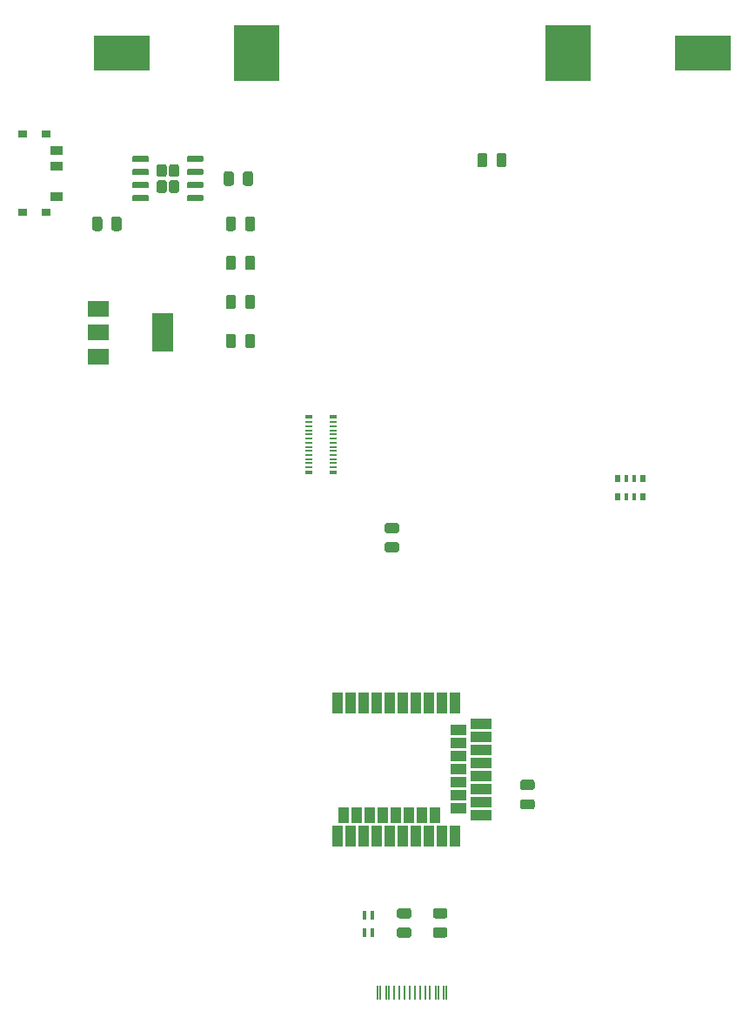
<source format=gbr>
G04 #@! TF.GenerationSoftware,KiCad,Pcbnew,5.1.5*
G04 #@! TF.CreationDate,2020-02-22T18:04:54-06:00*
G04 #@! TF.ProjectId,BSidesIA2020,42536964-6573-4494-9132-3032302e6b69,rev?*
G04 #@! TF.SameCoordinates,Original*
G04 #@! TF.FileFunction,Paste,Bot*
G04 #@! TF.FilePolarity,Positive*
%FSLAX46Y46*%
G04 Gerber Fmt 4.6, Leading zero omitted, Abs format (unit mm)*
G04 Created by KiCad (PCBNEW 5.1.5) date 2020-02-22 18:04:54*
%MOMM*%
%LPD*%
G04 APERTURE LIST*
%ADD10R,5.500000X3.500000*%
%ADD11R,4.500000X5.500000*%
%ADD12C,0.100000*%
%ADD13R,0.250000X1.400000*%
%ADD14R,0.900000X0.800000*%
%ADD15R,1.250000X0.900000*%
%ADD16R,0.400000X0.900000*%
%ADD17R,0.500000X0.800000*%
%ADD18R,0.400000X0.800000*%
%ADD19R,2.000000X3.800000*%
%ADD20R,2.000000X1.500000*%
%ADD21R,0.800000X0.200000*%
%ADD22R,0.800000X0.400000*%
%ADD23R,2.000000X1.000000*%
%ADD24R,1.000000X2.000000*%
%ADD25R,1.500000X1.000000*%
%ADD26R,1.000000X1.500000*%
G04 APERTURE END LIST*
D10*
X117475212Y-61775000D03*
X174075212Y-61775000D03*
D11*
X130650212Y-61750000D03*
X160950212Y-61750000D03*
D12*
G36*
X157480142Y-132513674D02*
G01*
X157503803Y-132517184D01*
X157527007Y-132522996D01*
X157549529Y-132531054D01*
X157571153Y-132541282D01*
X157591670Y-132553579D01*
X157610883Y-132567829D01*
X157628607Y-132583893D01*
X157644671Y-132601617D01*
X157658921Y-132620830D01*
X157671218Y-132641347D01*
X157681446Y-132662971D01*
X157689504Y-132685493D01*
X157695316Y-132708697D01*
X157698826Y-132732358D01*
X157700000Y-132756250D01*
X157700000Y-133243750D01*
X157698826Y-133267642D01*
X157695316Y-133291303D01*
X157689504Y-133314507D01*
X157681446Y-133337029D01*
X157671218Y-133358653D01*
X157658921Y-133379170D01*
X157644671Y-133398383D01*
X157628607Y-133416107D01*
X157610883Y-133432171D01*
X157591670Y-133446421D01*
X157571153Y-133458718D01*
X157549529Y-133468946D01*
X157527007Y-133477004D01*
X157503803Y-133482816D01*
X157480142Y-133486326D01*
X157456250Y-133487500D01*
X156543750Y-133487500D01*
X156519858Y-133486326D01*
X156496197Y-133482816D01*
X156472993Y-133477004D01*
X156450471Y-133468946D01*
X156428847Y-133458718D01*
X156408330Y-133446421D01*
X156389117Y-133432171D01*
X156371393Y-133416107D01*
X156355329Y-133398383D01*
X156341079Y-133379170D01*
X156328782Y-133358653D01*
X156318554Y-133337029D01*
X156310496Y-133314507D01*
X156304684Y-133291303D01*
X156301174Y-133267642D01*
X156300000Y-133243750D01*
X156300000Y-132756250D01*
X156301174Y-132732358D01*
X156304684Y-132708697D01*
X156310496Y-132685493D01*
X156318554Y-132662971D01*
X156328782Y-132641347D01*
X156341079Y-132620830D01*
X156355329Y-132601617D01*
X156371393Y-132583893D01*
X156389117Y-132567829D01*
X156408330Y-132553579D01*
X156428847Y-132541282D01*
X156450471Y-132531054D01*
X156472993Y-132522996D01*
X156496197Y-132517184D01*
X156519858Y-132513674D01*
X156543750Y-132512500D01*
X157456250Y-132512500D01*
X157480142Y-132513674D01*
G37*
G36*
X157480142Y-134388674D02*
G01*
X157503803Y-134392184D01*
X157527007Y-134397996D01*
X157549529Y-134406054D01*
X157571153Y-134416282D01*
X157591670Y-134428579D01*
X157610883Y-134442829D01*
X157628607Y-134458893D01*
X157644671Y-134476617D01*
X157658921Y-134495830D01*
X157671218Y-134516347D01*
X157681446Y-134537971D01*
X157689504Y-134560493D01*
X157695316Y-134583697D01*
X157698826Y-134607358D01*
X157700000Y-134631250D01*
X157700000Y-135118750D01*
X157698826Y-135142642D01*
X157695316Y-135166303D01*
X157689504Y-135189507D01*
X157681446Y-135212029D01*
X157671218Y-135233653D01*
X157658921Y-135254170D01*
X157644671Y-135273383D01*
X157628607Y-135291107D01*
X157610883Y-135307171D01*
X157591670Y-135321421D01*
X157571153Y-135333718D01*
X157549529Y-135343946D01*
X157527007Y-135352004D01*
X157503803Y-135357816D01*
X157480142Y-135361326D01*
X157456250Y-135362500D01*
X156543750Y-135362500D01*
X156519858Y-135361326D01*
X156496197Y-135357816D01*
X156472993Y-135352004D01*
X156450471Y-135343946D01*
X156428847Y-135333718D01*
X156408330Y-135321421D01*
X156389117Y-135307171D01*
X156371393Y-135291107D01*
X156355329Y-135273383D01*
X156341079Y-135254170D01*
X156328782Y-135233653D01*
X156318554Y-135212029D01*
X156310496Y-135189507D01*
X156304684Y-135166303D01*
X156301174Y-135142642D01*
X156300000Y-135118750D01*
X156300000Y-134631250D01*
X156301174Y-134607358D01*
X156304684Y-134583697D01*
X156310496Y-134560493D01*
X156318554Y-134537971D01*
X156328782Y-134516347D01*
X156341079Y-134495830D01*
X156355329Y-134476617D01*
X156371393Y-134458893D01*
X156389117Y-134442829D01*
X156408330Y-134428579D01*
X156428847Y-134416282D01*
X156450471Y-134406054D01*
X156472993Y-134397996D01*
X156496197Y-134392184D01*
X156519858Y-134388674D01*
X156543750Y-134387500D01*
X157456250Y-134387500D01*
X157480142Y-134388674D01*
G37*
G36*
X128392642Y-85301174D02*
G01*
X128416303Y-85304684D01*
X128439507Y-85310496D01*
X128462029Y-85318554D01*
X128483653Y-85328782D01*
X128504170Y-85341079D01*
X128523383Y-85355329D01*
X128541107Y-85371393D01*
X128557171Y-85389117D01*
X128571421Y-85408330D01*
X128583718Y-85428847D01*
X128593946Y-85450471D01*
X128602004Y-85472993D01*
X128607816Y-85496197D01*
X128611326Y-85519858D01*
X128612500Y-85543750D01*
X128612500Y-86456250D01*
X128611326Y-86480142D01*
X128607816Y-86503803D01*
X128602004Y-86527007D01*
X128593946Y-86549529D01*
X128583718Y-86571153D01*
X128571421Y-86591670D01*
X128557171Y-86610883D01*
X128541107Y-86628607D01*
X128523383Y-86644671D01*
X128504170Y-86658921D01*
X128483653Y-86671218D01*
X128462029Y-86681446D01*
X128439507Y-86689504D01*
X128416303Y-86695316D01*
X128392642Y-86698826D01*
X128368750Y-86700000D01*
X127881250Y-86700000D01*
X127857358Y-86698826D01*
X127833697Y-86695316D01*
X127810493Y-86689504D01*
X127787971Y-86681446D01*
X127766347Y-86671218D01*
X127745830Y-86658921D01*
X127726617Y-86644671D01*
X127708893Y-86628607D01*
X127692829Y-86610883D01*
X127678579Y-86591670D01*
X127666282Y-86571153D01*
X127656054Y-86549529D01*
X127647996Y-86527007D01*
X127642184Y-86503803D01*
X127638674Y-86480142D01*
X127637500Y-86456250D01*
X127637500Y-85543750D01*
X127638674Y-85519858D01*
X127642184Y-85496197D01*
X127647996Y-85472993D01*
X127656054Y-85450471D01*
X127666282Y-85428847D01*
X127678579Y-85408330D01*
X127692829Y-85389117D01*
X127708893Y-85371393D01*
X127726617Y-85355329D01*
X127745830Y-85341079D01*
X127766347Y-85328782D01*
X127787971Y-85318554D01*
X127810493Y-85310496D01*
X127833697Y-85304684D01*
X127857358Y-85301174D01*
X127881250Y-85300000D01*
X128368750Y-85300000D01*
X128392642Y-85301174D01*
G37*
G36*
X130267642Y-85301174D02*
G01*
X130291303Y-85304684D01*
X130314507Y-85310496D01*
X130337029Y-85318554D01*
X130358653Y-85328782D01*
X130379170Y-85341079D01*
X130398383Y-85355329D01*
X130416107Y-85371393D01*
X130432171Y-85389117D01*
X130446421Y-85408330D01*
X130458718Y-85428847D01*
X130468946Y-85450471D01*
X130477004Y-85472993D01*
X130482816Y-85496197D01*
X130486326Y-85519858D01*
X130487500Y-85543750D01*
X130487500Y-86456250D01*
X130486326Y-86480142D01*
X130482816Y-86503803D01*
X130477004Y-86527007D01*
X130468946Y-86549529D01*
X130458718Y-86571153D01*
X130446421Y-86591670D01*
X130432171Y-86610883D01*
X130416107Y-86628607D01*
X130398383Y-86644671D01*
X130379170Y-86658921D01*
X130358653Y-86671218D01*
X130337029Y-86681446D01*
X130314507Y-86689504D01*
X130291303Y-86695316D01*
X130267642Y-86698826D01*
X130243750Y-86700000D01*
X129756250Y-86700000D01*
X129732358Y-86698826D01*
X129708697Y-86695316D01*
X129685493Y-86689504D01*
X129662971Y-86681446D01*
X129641347Y-86671218D01*
X129620830Y-86658921D01*
X129601617Y-86644671D01*
X129583893Y-86628607D01*
X129567829Y-86610883D01*
X129553579Y-86591670D01*
X129541282Y-86571153D01*
X129531054Y-86549529D01*
X129522996Y-86527007D01*
X129517184Y-86503803D01*
X129513674Y-86480142D01*
X129512500Y-86456250D01*
X129512500Y-85543750D01*
X129513674Y-85519858D01*
X129517184Y-85496197D01*
X129522996Y-85472993D01*
X129531054Y-85450471D01*
X129541282Y-85428847D01*
X129553579Y-85408330D01*
X129567829Y-85389117D01*
X129583893Y-85371393D01*
X129601617Y-85355329D01*
X129620830Y-85341079D01*
X129641347Y-85328782D01*
X129662971Y-85318554D01*
X129685493Y-85310496D01*
X129708697Y-85304684D01*
X129732358Y-85301174D01*
X129756250Y-85300000D01*
X130243750Y-85300000D01*
X130267642Y-85301174D01*
G37*
G36*
X130267642Y-89101174D02*
G01*
X130291303Y-89104684D01*
X130314507Y-89110496D01*
X130337029Y-89118554D01*
X130358653Y-89128782D01*
X130379170Y-89141079D01*
X130398383Y-89155329D01*
X130416107Y-89171393D01*
X130432171Y-89189117D01*
X130446421Y-89208330D01*
X130458718Y-89228847D01*
X130468946Y-89250471D01*
X130477004Y-89272993D01*
X130482816Y-89296197D01*
X130486326Y-89319858D01*
X130487500Y-89343750D01*
X130487500Y-90256250D01*
X130486326Y-90280142D01*
X130482816Y-90303803D01*
X130477004Y-90327007D01*
X130468946Y-90349529D01*
X130458718Y-90371153D01*
X130446421Y-90391670D01*
X130432171Y-90410883D01*
X130416107Y-90428607D01*
X130398383Y-90444671D01*
X130379170Y-90458921D01*
X130358653Y-90471218D01*
X130337029Y-90481446D01*
X130314507Y-90489504D01*
X130291303Y-90495316D01*
X130267642Y-90498826D01*
X130243750Y-90500000D01*
X129756250Y-90500000D01*
X129732358Y-90498826D01*
X129708697Y-90495316D01*
X129685493Y-90489504D01*
X129662971Y-90481446D01*
X129641347Y-90471218D01*
X129620830Y-90458921D01*
X129601617Y-90444671D01*
X129583893Y-90428607D01*
X129567829Y-90410883D01*
X129553579Y-90391670D01*
X129541282Y-90371153D01*
X129531054Y-90349529D01*
X129522996Y-90327007D01*
X129517184Y-90303803D01*
X129513674Y-90280142D01*
X129512500Y-90256250D01*
X129512500Y-89343750D01*
X129513674Y-89319858D01*
X129517184Y-89296197D01*
X129522996Y-89272993D01*
X129531054Y-89250471D01*
X129541282Y-89228847D01*
X129553579Y-89208330D01*
X129567829Y-89189117D01*
X129583893Y-89171393D01*
X129601617Y-89155329D01*
X129620830Y-89141079D01*
X129641347Y-89128782D01*
X129662971Y-89118554D01*
X129685493Y-89110496D01*
X129708697Y-89104684D01*
X129732358Y-89101174D01*
X129756250Y-89100000D01*
X130243750Y-89100000D01*
X130267642Y-89101174D01*
G37*
G36*
X128392642Y-89101174D02*
G01*
X128416303Y-89104684D01*
X128439507Y-89110496D01*
X128462029Y-89118554D01*
X128483653Y-89128782D01*
X128504170Y-89141079D01*
X128523383Y-89155329D01*
X128541107Y-89171393D01*
X128557171Y-89189117D01*
X128571421Y-89208330D01*
X128583718Y-89228847D01*
X128593946Y-89250471D01*
X128602004Y-89272993D01*
X128607816Y-89296197D01*
X128611326Y-89319858D01*
X128612500Y-89343750D01*
X128612500Y-90256250D01*
X128611326Y-90280142D01*
X128607816Y-90303803D01*
X128602004Y-90327007D01*
X128593946Y-90349529D01*
X128583718Y-90371153D01*
X128571421Y-90391670D01*
X128557171Y-90410883D01*
X128541107Y-90428607D01*
X128523383Y-90444671D01*
X128504170Y-90458921D01*
X128483653Y-90471218D01*
X128462029Y-90481446D01*
X128439507Y-90489504D01*
X128416303Y-90495316D01*
X128392642Y-90498826D01*
X128368750Y-90500000D01*
X127881250Y-90500000D01*
X127857358Y-90498826D01*
X127833697Y-90495316D01*
X127810493Y-90489504D01*
X127787971Y-90481446D01*
X127766347Y-90471218D01*
X127745830Y-90458921D01*
X127726617Y-90444671D01*
X127708893Y-90428607D01*
X127692829Y-90410883D01*
X127678579Y-90391670D01*
X127666282Y-90371153D01*
X127656054Y-90349529D01*
X127647996Y-90327007D01*
X127642184Y-90303803D01*
X127638674Y-90280142D01*
X127637500Y-90256250D01*
X127637500Y-89343750D01*
X127638674Y-89319858D01*
X127642184Y-89296197D01*
X127647996Y-89272993D01*
X127656054Y-89250471D01*
X127666282Y-89228847D01*
X127678579Y-89208330D01*
X127692829Y-89189117D01*
X127708893Y-89171393D01*
X127726617Y-89155329D01*
X127745830Y-89141079D01*
X127766347Y-89128782D01*
X127787971Y-89118554D01*
X127810493Y-89110496D01*
X127833697Y-89104684D01*
X127857358Y-89101174D01*
X127881250Y-89100000D01*
X128368750Y-89100000D01*
X128392642Y-89101174D01*
G37*
G36*
X130267642Y-77701174D02*
G01*
X130291303Y-77704684D01*
X130314507Y-77710496D01*
X130337029Y-77718554D01*
X130358653Y-77728782D01*
X130379170Y-77741079D01*
X130398383Y-77755329D01*
X130416107Y-77771393D01*
X130432171Y-77789117D01*
X130446421Y-77808330D01*
X130458718Y-77828847D01*
X130468946Y-77850471D01*
X130477004Y-77872993D01*
X130482816Y-77896197D01*
X130486326Y-77919858D01*
X130487500Y-77943750D01*
X130487500Y-78856250D01*
X130486326Y-78880142D01*
X130482816Y-78903803D01*
X130477004Y-78927007D01*
X130468946Y-78949529D01*
X130458718Y-78971153D01*
X130446421Y-78991670D01*
X130432171Y-79010883D01*
X130416107Y-79028607D01*
X130398383Y-79044671D01*
X130379170Y-79058921D01*
X130358653Y-79071218D01*
X130337029Y-79081446D01*
X130314507Y-79089504D01*
X130291303Y-79095316D01*
X130267642Y-79098826D01*
X130243750Y-79100000D01*
X129756250Y-79100000D01*
X129732358Y-79098826D01*
X129708697Y-79095316D01*
X129685493Y-79089504D01*
X129662971Y-79081446D01*
X129641347Y-79071218D01*
X129620830Y-79058921D01*
X129601617Y-79044671D01*
X129583893Y-79028607D01*
X129567829Y-79010883D01*
X129553579Y-78991670D01*
X129541282Y-78971153D01*
X129531054Y-78949529D01*
X129522996Y-78927007D01*
X129517184Y-78903803D01*
X129513674Y-78880142D01*
X129512500Y-78856250D01*
X129512500Y-77943750D01*
X129513674Y-77919858D01*
X129517184Y-77896197D01*
X129522996Y-77872993D01*
X129531054Y-77850471D01*
X129541282Y-77828847D01*
X129553579Y-77808330D01*
X129567829Y-77789117D01*
X129583893Y-77771393D01*
X129601617Y-77755329D01*
X129620830Y-77741079D01*
X129641347Y-77728782D01*
X129662971Y-77718554D01*
X129685493Y-77710496D01*
X129708697Y-77704684D01*
X129732358Y-77701174D01*
X129756250Y-77700000D01*
X130243750Y-77700000D01*
X130267642Y-77701174D01*
G37*
G36*
X128392642Y-77701174D02*
G01*
X128416303Y-77704684D01*
X128439507Y-77710496D01*
X128462029Y-77718554D01*
X128483653Y-77728782D01*
X128504170Y-77741079D01*
X128523383Y-77755329D01*
X128541107Y-77771393D01*
X128557171Y-77789117D01*
X128571421Y-77808330D01*
X128583718Y-77828847D01*
X128593946Y-77850471D01*
X128602004Y-77872993D01*
X128607816Y-77896197D01*
X128611326Y-77919858D01*
X128612500Y-77943750D01*
X128612500Y-78856250D01*
X128611326Y-78880142D01*
X128607816Y-78903803D01*
X128602004Y-78927007D01*
X128593946Y-78949529D01*
X128583718Y-78971153D01*
X128571421Y-78991670D01*
X128557171Y-79010883D01*
X128541107Y-79028607D01*
X128523383Y-79044671D01*
X128504170Y-79058921D01*
X128483653Y-79071218D01*
X128462029Y-79081446D01*
X128439507Y-79089504D01*
X128416303Y-79095316D01*
X128392642Y-79098826D01*
X128368750Y-79100000D01*
X127881250Y-79100000D01*
X127857358Y-79098826D01*
X127833697Y-79095316D01*
X127810493Y-79089504D01*
X127787971Y-79081446D01*
X127766347Y-79071218D01*
X127745830Y-79058921D01*
X127726617Y-79044671D01*
X127708893Y-79028607D01*
X127692829Y-79010883D01*
X127678579Y-78991670D01*
X127666282Y-78971153D01*
X127656054Y-78949529D01*
X127647996Y-78927007D01*
X127642184Y-78903803D01*
X127638674Y-78880142D01*
X127637500Y-78856250D01*
X127637500Y-77943750D01*
X127638674Y-77919858D01*
X127642184Y-77896197D01*
X127647996Y-77872993D01*
X127656054Y-77850471D01*
X127666282Y-77828847D01*
X127678579Y-77808330D01*
X127692829Y-77789117D01*
X127708893Y-77771393D01*
X127726617Y-77755329D01*
X127745830Y-77741079D01*
X127766347Y-77728782D01*
X127787971Y-77718554D01*
X127810493Y-77710496D01*
X127833697Y-77704684D01*
X127857358Y-77701174D01*
X127881250Y-77700000D01*
X128368750Y-77700000D01*
X128392642Y-77701174D01*
G37*
G36*
X115392642Y-77701174D02*
G01*
X115416303Y-77704684D01*
X115439507Y-77710496D01*
X115462029Y-77718554D01*
X115483653Y-77728782D01*
X115504170Y-77741079D01*
X115523383Y-77755329D01*
X115541107Y-77771393D01*
X115557171Y-77789117D01*
X115571421Y-77808330D01*
X115583718Y-77828847D01*
X115593946Y-77850471D01*
X115602004Y-77872993D01*
X115607816Y-77896197D01*
X115611326Y-77919858D01*
X115612500Y-77943750D01*
X115612500Y-78856250D01*
X115611326Y-78880142D01*
X115607816Y-78903803D01*
X115602004Y-78927007D01*
X115593946Y-78949529D01*
X115583718Y-78971153D01*
X115571421Y-78991670D01*
X115557171Y-79010883D01*
X115541107Y-79028607D01*
X115523383Y-79044671D01*
X115504170Y-79058921D01*
X115483653Y-79071218D01*
X115462029Y-79081446D01*
X115439507Y-79089504D01*
X115416303Y-79095316D01*
X115392642Y-79098826D01*
X115368750Y-79100000D01*
X114881250Y-79100000D01*
X114857358Y-79098826D01*
X114833697Y-79095316D01*
X114810493Y-79089504D01*
X114787971Y-79081446D01*
X114766347Y-79071218D01*
X114745830Y-79058921D01*
X114726617Y-79044671D01*
X114708893Y-79028607D01*
X114692829Y-79010883D01*
X114678579Y-78991670D01*
X114666282Y-78971153D01*
X114656054Y-78949529D01*
X114647996Y-78927007D01*
X114642184Y-78903803D01*
X114638674Y-78880142D01*
X114637500Y-78856250D01*
X114637500Y-77943750D01*
X114638674Y-77919858D01*
X114642184Y-77896197D01*
X114647996Y-77872993D01*
X114656054Y-77850471D01*
X114666282Y-77828847D01*
X114678579Y-77808330D01*
X114692829Y-77789117D01*
X114708893Y-77771393D01*
X114726617Y-77755329D01*
X114745830Y-77741079D01*
X114766347Y-77728782D01*
X114787971Y-77718554D01*
X114810493Y-77710496D01*
X114833697Y-77704684D01*
X114857358Y-77701174D01*
X114881250Y-77700000D01*
X115368750Y-77700000D01*
X115392642Y-77701174D01*
G37*
G36*
X117267642Y-77701174D02*
G01*
X117291303Y-77704684D01*
X117314507Y-77710496D01*
X117337029Y-77718554D01*
X117358653Y-77728782D01*
X117379170Y-77741079D01*
X117398383Y-77755329D01*
X117416107Y-77771393D01*
X117432171Y-77789117D01*
X117446421Y-77808330D01*
X117458718Y-77828847D01*
X117468946Y-77850471D01*
X117477004Y-77872993D01*
X117482816Y-77896197D01*
X117486326Y-77919858D01*
X117487500Y-77943750D01*
X117487500Y-78856250D01*
X117486326Y-78880142D01*
X117482816Y-78903803D01*
X117477004Y-78927007D01*
X117468946Y-78949529D01*
X117458718Y-78971153D01*
X117446421Y-78991670D01*
X117432171Y-79010883D01*
X117416107Y-79028607D01*
X117398383Y-79044671D01*
X117379170Y-79058921D01*
X117358653Y-79071218D01*
X117337029Y-79081446D01*
X117314507Y-79089504D01*
X117291303Y-79095316D01*
X117267642Y-79098826D01*
X117243750Y-79100000D01*
X116756250Y-79100000D01*
X116732358Y-79098826D01*
X116708697Y-79095316D01*
X116685493Y-79089504D01*
X116662971Y-79081446D01*
X116641347Y-79071218D01*
X116620830Y-79058921D01*
X116601617Y-79044671D01*
X116583893Y-79028607D01*
X116567829Y-79010883D01*
X116553579Y-78991670D01*
X116541282Y-78971153D01*
X116531054Y-78949529D01*
X116522996Y-78927007D01*
X116517184Y-78903803D01*
X116513674Y-78880142D01*
X116512500Y-78856250D01*
X116512500Y-77943750D01*
X116513674Y-77919858D01*
X116517184Y-77896197D01*
X116522996Y-77872993D01*
X116531054Y-77850471D01*
X116541282Y-77828847D01*
X116553579Y-77808330D01*
X116567829Y-77789117D01*
X116583893Y-77771393D01*
X116601617Y-77755329D01*
X116620830Y-77741079D01*
X116641347Y-77728782D01*
X116662971Y-77718554D01*
X116685493Y-77710496D01*
X116708697Y-77704684D01*
X116732358Y-77701174D01*
X116756250Y-77700000D01*
X117243750Y-77700000D01*
X117267642Y-77701174D01*
G37*
D13*
X145525212Y-153200000D03*
X146025212Y-153200000D03*
X146525212Y-153200000D03*
X145025212Y-153200000D03*
X144525212Y-153200000D03*
X147025212Y-153200000D03*
X144025212Y-153200000D03*
X147525212Y-153200000D03*
X149100212Y-153200000D03*
X148850212Y-153200000D03*
X148300212Y-153200000D03*
X148050212Y-153200000D03*
X143500212Y-153200000D03*
X143250212Y-153200000D03*
X142700212Y-153200000D03*
X142450212Y-153200000D03*
D12*
G36*
X144280142Y-107513674D02*
G01*
X144303803Y-107517184D01*
X144327007Y-107522996D01*
X144349529Y-107531054D01*
X144371153Y-107541282D01*
X144391670Y-107553579D01*
X144410883Y-107567829D01*
X144428607Y-107583893D01*
X144444671Y-107601617D01*
X144458921Y-107620830D01*
X144471218Y-107641347D01*
X144481446Y-107662971D01*
X144489504Y-107685493D01*
X144495316Y-107708697D01*
X144498826Y-107732358D01*
X144500000Y-107756250D01*
X144500000Y-108243750D01*
X144498826Y-108267642D01*
X144495316Y-108291303D01*
X144489504Y-108314507D01*
X144481446Y-108337029D01*
X144471218Y-108358653D01*
X144458921Y-108379170D01*
X144444671Y-108398383D01*
X144428607Y-108416107D01*
X144410883Y-108432171D01*
X144391670Y-108446421D01*
X144371153Y-108458718D01*
X144349529Y-108468946D01*
X144327007Y-108477004D01*
X144303803Y-108482816D01*
X144280142Y-108486326D01*
X144256250Y-108487500D01*
X143343750Y-108487500D01*
X143319858Y-108486326D01*
X143296197Y-108482816D01*
X143272993Y-108477004D01*
X143250471Y-108468946D01*
X143228847Y-108458718D01*
X143208330Y-108446421D01*
X143189117Y-108432171D01*
X143171393Y-108416107D01*
X143155329Y-108398383D01*
X143141079Y-108379170D01*
X143128782Y-108358653D01*
X143118554Y-108337029D01*
X143110496Y-108314507D01*
X143104684Y-108291303D01*
X143101174Y-108267642D01*
X143100000Y-108243750D01*
X143100000Y-107756250D01*
X143101174Y-107732358D01*
X143104684Y-107708697D01*
X143110496Y-107685493D01*
X143118554Y-107662971D01*
X143128782Y-107641347D01*
X143141079Y-107620830D01*
X143155329Y-107601617D01*
X143171393Y-107583893D01*
X143189117Y-107567829D01*
X143208330Y-107553579D01*
X143228847Y-107541282D01*
X143250471Y-107531054D01*
X143272993Y-107522996D01*
X143296197Y-107517184D01*
X143319858Y-107513674D01*
X143343750Y-107512500D01*
X144256250Y-107512500D01*
X144280142Y-107513674D01*
G37*
G36*
X144280142Y-109388674D02*
G01*
X144303803Y-109392184D01*
X144327007Y-109397996D01*
X144349529Y-109406054D01*
X144371153Y-109416282D01*
X144391670Y-109428579D01*
X144410883Y-109442829D01*
X144428607Y-109458893D01*
X144444671Y-109476617D01*
X144458921Y-109495830D01*
X144471218Y-109516347D01*
X144481446Y-109537971D01*
X144489504Y-109560493D01*
X144495316Y-109583697D01*
X144498826Y-109607358D01*
X144500000Y-109631250D01*
X144500000Y-110118750D01*
X144498826Y-110142642D01*
X144495316Y-110166303D01*
X144489504Y-110189507D01*
X144481446Y-110212029D01*
X144471218Y-110233653D01*
X144458921Y-110254170D01*
X144444671Y-110273383D01*
X144428607Y-110291107D01*
X144410883Y-110307171D01*
X144391670Y-110321421D01*
X144371153Y-110333718D01*
X144349529Y-110343946D01*
X144327007Y-110352004D01*
X144303803Y-110357816D01*
X144280142Y-110361326D01*
X144256250Y-110362500D01*
X143343750Y-110362500D01*
X143319858Y-110361326D01*
X143296197Y-110357816D01*
X143272993Y-110352004D01*
X143250471Y-110343946D01*
X143228847Y-110333718D01*
X143208330Y-110321421D01*
X143189117Y-110307171D01*
X143171393Y-110291107D01*
X143155329Y-110273383D01*
X143141079Y-110254170D01*
X143128782Y-110233653D01*
X143118554Y-110212029D01*
X143110496Y-110189507D01*
X143104684Y-110166303D01*
X143101174Y-110142642D01*
X143100000Y-110118750D01*
X143100000Y-109631250D01*
X143101174Y-109607358D01*
X143104684Y-109583697D01*
X143110496Y-109560493D01*
X143118554Y-109537971D01*
X143128782Y-109516347D01*
X143141079Y-109495830D01*
X143155329Y-109476617D01*
X143171393Y-109458893D01*
X143189117Y-109442829D01*
X143208330Y-109428579D01*
X143228847Y-109416282D01*
X143250471Y-109406054D01*
X143272993Y-109397996D01*
X143296197Y-109392184D01*
X143319858Y-109388674D01*
X143343750Y-109387500D01*
X144256250Y-109387500D01*
X144280142Y-109388674D01*
G37*
D14*
X107850000Y-69700000D03*
X107850000Y-77300000D03*
X110150000Y-77310000D03*
X110150000Y-69700000D03*
D15*
X111125000Y-71250000D03*
X111125000Y-72750000D03*
X111125000Y-75750000D03*
D12*
G36*
X148980142Y-146888674D02*
G01*
X149003803Y-146892184D01*
X149027007Y-146897996D01*
X149049529Y-146906054D01*
X149071153Y-146916282D01*
X149091670Y-146928579D01*
X149110883Y-146942829D01*
X149128607Y-146958893D01*
X149144671Y-146976617D01*
X149158921Y-146995830D01*
X149171218Y-147016347D01*
X149181446Y-147037971D01*
X149189504Y-147060493D01*
X149195316Y-147083697D01*
X149198826Y-147107358D01*
X149200000Y-147131250D01*
X149200000Y-147618750D01*
X149198826Y-147642642D01*
X149195316Y-147666303D01*
X149189504Y-147689507D01*
X149181446Y-147712029D01*
X149171218Y-147733653D01*
X149158921Y-147754170D01*
X149144671Y-147773383D01*
X149128607Y-147791107D01*
X149110883Y-147807171D01*
X149091670Y-147821421D01*
X149071153Y-147833718D01*
X149049529Y-147843946D01*
X149027007Y-147852004D01*
X149003803Y-147857816D01*
X148980142Y-147861326D01*
X148956250Y-147862500D01*
X148043750Y-147862500D01*
X148019858Y-147861326D01*
X147996197Y-147857816D01*
X147972993Y-147852004D01*
X147950471Y-147843946D01*
X147928847Y-147833718D01*
X147908330Y-147821421D01*
X147889117Y-147807171D01*
X147871393Y-147791107D01*
X147855329Y-147773383D01*
X147841079Y-147754170D01*
X147828782Y-147733653D01*
X147818554Y-147712029D01*
X147810496Y-147689507D01*
X147804684Y-147666303D01*
X147801174Y-147642642D01*
X147800000Y-147618750D01*
X147800000Y-147131250D01*
X147801174Y-147107358D01*
X147804684Y-147083697D01*
X147810496Y-147060493D01*
X147818554Y-147037971D01*
X147828782Y-147016347D01*
X147841079Y-146995830D01*
X147855329Y-146976617D01*
X147871393Y-146958893D01*
X147889117Y-146942829D01*
X147908330Y-146928579D01*
X147928847Y-146916282D01*
X147950471Y-146906054D01*
X147972993Y-146897996D01*
X147996197Y-146892184D01*
X148019858Y-146888674D01*
X148043750Y-146887500D01*
X148956250Y-146887500D01*
X148980142Y-146888674D01*
G37*
G36*
X148980142Y-145013674D02*
G01*
X149003803Y-145017184D01*
X149027007Y-145022996D01*
X149049529Y-145031054D01*
X149071153Y-145041282D01*
X149091670Y-145053579D01*
X149110883Y-145067829D01*
X149128607Y-145083893D01*
X149144671Y-145101617D01*
X149158921Y-145120830D01*
X149171218Y-145141347D01*
X149181446Y-145162971D01*
X149189504Y-145185493D01*
X149195316Y-145208697D01*
X149198826Y-145232358D01*
X149200000Y-145256250D01*
X149200000Y-145743750D01*
X149198826Y-145767642D01*
X149195316Y-145791303D01*
X149189504Y-145814507D01*
X149181446Y-145837029D01*
X149171218Y-145858653D01*
X149158921Y-145879170D01*
X149144671Y-145898383D01*
X149128607Y-145916107D01*
X149110883Y-145932171D01*
X149091670Y-145946421D01*
X149071153Y-145958718D01*
X149049529Y-145968946D01*
X149027007Y-145977004D01*
X149003803Y-145982816D01*
X148980142Y-145986326D01*
X148956250Y-145987500D01*
X148043750Y-145987500D01*
X148019858Y-145986326D01*
X147996197Y-145982816D01*
X147972993Y-145977004D01*
X147950471Y-145968946D01*
X147928847Y-145958718D01*
X147908330Y-145946421D01*
X147889117Y-145932171D01*
X147871393Y-145916107D01*
X147855329Y-145898383D01*
X147841079Y-145879170D01*
X147828782Y-145858653D01*
X147818554Y-145837029D01*
X147810496Y-145814507D01*
X147804684Y-145791303D01*
X147801174Y-145767642D01*
X147800000Y-145743750D01*
X147800000Y-145256250D01*
X147801174Y-145232358D01*
X147804684Y-145208697D01*
X147810496Y-145185493D01*
X147818554Y-145162971D01*
X147828782Y-145141347D01*
X147841079Y-145120830D01*
X147855329Y-145101617D01*
X147871393Y-145083893D01*
X147889117Y-145067829D01*
X147908330Y-145053579D01*
X147928847Y-145041282D01*
X147950471Y-145031054D01*
X147972993Y-145022996D01*
X147996197Y-145017184D01*
X148019858Y-145013674D01*
X148043750Y-145012500D01*
X148956250Y-145012500D01*
X148980142Y-145013674D01*
G37*
G36*
X130067642Y-73301174D02*
G01*
X130091303Y-73304684D01*
X130114507Y-73310496D01*
X130137029Y-73318554D01*
X130158653Y-73328782D01*
X130179170Y-73341079D01*
X130198383Y-73355329D01*
X130216107Y-73371393D01*
X130232171Y-73389117D01*
X130246421Y-73408330D01*
X130258718Y-73428847D01*
X130268946Y-73450471D01*
X130277004Y-73472993D01*
X130282816Y-73496197D01*
X130286326Y-73519858D01*
X130287500Y-73543750D01*
X130287500Y-74456250D01*
X130286326Y-74480142D01*
X130282816Y-74503803D01*
X130277004Y-74527007D01*
X130268946Y-74549529D01*
X130258718Y-74571153D01*
X130246421Y-74591670D01*
X130232171Y-74610883D01*
X130216107Y-74628607D01*
X130198383Y-74644671D01*
X130179170Y-74658921D01*
X130158653Y-74671218D01*
X130137029Y-74681446D01*
X130114507Y-74689504D01*
X130091303Y-74695316D01*
X130067642Y-74698826D01*
X130043750Y-74700000D01*
X129556250Y-74700000D01*
X129532358Y-74698826D01*
X129508697Y-74695316D01*
X129485493Y-74689504D01*
X129462971Y-74681446D01*
X129441347Y-74671218D01*
X129420830Y-74658921D01*
X129401617Y-74644671D01*
X129383893Y-74628607D01*
X129367829Y-74610883D01*
X129353579Y-74591670D01*
X129341282Y-74571153D01*
X129331054Y-74549529D01*
X129322996Y-74527007D01*
X129317184Y-74503803D01*
X129313674Y-74480142D01*
X129312500Y-74456250D01*
X129312500Y-73543750D01*
X129313674Y-73519858D01*
X129317184Y-73496197D01*
X129322996Y-73472993D01*
X129331054Y-73450471D01*
X129341282Y-73428847D01*
X129353579Y-73408330D01*
X129367829Y-73389117D01*
X129383893Y-73371393D01*
X129401617Y-73355329D01*
X129420830Y-73341079D01*
X129441347Y-73328782D01*
X129462971Y-73318554D01*
X129485493Y-73310496D01*
X129508697Y-73304684D01*
X129532358Y-73301174D01*
X129556250Y-73300000D01*
X130043750Y-73300000D01*
X130067642Y-73301174D01*
G37*
G36*
X128192642Y-73301174D02*
G01*
X128216303Y-73304684D01*
X128239507Y-73310496D01*
X128262029Y-73318554D01*
X128283653Y-73328782D01*
X128304170Y-73341079D01*
X128323383Y-73355329D01*
X128341107Y-73371393D01*
X128357171Y-73389117D01*
X128371421Y-73408330D01*
X128383718Y-73428847D01*
X128393946Y-73450471D01*
X128402004Y-73472993D01*
X128407816Y-73496197D01*
X128411326Y-73519858D01*
X128412500Y-73543750D01*
X128412500Y-74456250D01*
X128411326Y-74480142D01*
X128407816Y-74503803D01*
X128402004Y-74527007D01*
X128393946Y-74549529D01*
X128383718Y-74571153D01*
X128371421Y-74591670D01*
X128357171Y-74610883D01*
X128341107Y-74628607D01*
X128323383Y-74644671D01*
X128304170Y-74658921D01*
X128283653Y-74671218D01*
X128262029Y-74681446D01*
X128239507Y-74689504D01*
X128216303Y-74695316D01*
X128192642Y-74698826D01*
X128168750Y-74700000D01*
X127681250Y-74700000D01*
X127657358Y-74698826D01*
X127633697Y-74695316D01*
X127610493Y-74689504D01*
X127587971Y-74681446D01*
X127566347Y-74671218D01*
X127545830Y-74658921D01*
X127526617Y-74644671D01*
X127508893Y-74628607D01*
X127492829Y-74610883D01*
X127478579Y-74591670D01*
X127466282Y-74571153D01*
X127456054Y-74549529D01*
X127447996Y-74527007D01*
X127442184Y-74503803D01*
X127438674Y-74480142D01*
X127437500Y-74456250D01*
X127437500Y-73543750D01*
X127438674Y-73519858D01*
X127442184Y-73496197D01*
X127447996Y-73472993D01*
X127456054Y-73450471D01*
X127466282Y-73428847D01*
X127478579Y-73408330D01*
X127492829Y-73389117D01*
X127508893Y-73371393D01*
X127526617Y-73355329D01*
X127545830Y-73341079D01*
X127566347Y-73328782D01*
X127587971Y-73318554D01*
X127610493Y-73310496D01*
X127633697Y-73304684D01*
X127657358Y-73301174D01*
X127681250Y-73300000D01*
X128168750Y-73300000D01*
X128192642Y-73301174D01*
G37*
G36*
X145480142Y-145013674D02*
G01*
X145503803Y-145017184D01*
X145527007Y-145022996D01*
X145549529Y-145031054D01*
X145571153Y-145041282D01*
X145591670Y-145053579D01*
X145610883Y-145067829D01*
X145628607Y-145083893D01*
X145644671Y-145101617D01*
X145658921Y-145120830D01*
X145671218Y-145141347D01*
X145681446Y-145162971D01*
X145689504Y-145185493D01*
X145695316Y-145208697D01*
X145698826Y-145232358D01*
X145700000Y-145256250D01*
X145700000Y-145743750D01*
X145698826Y-145767642D01*
X145695316Y-145791303D01*
X145689504Y-145814507D01*
X145681446Y-145837029D01*
X145671218Y-145858653D01*
X145658921Y-145879170D01*
X145644671Y-145898383D01*
X145628607Y-145916107D01*
X145610883Y-145932171D01*
X145591670Y-145946421D01*
X145571153Y-145958718D01*
X145549529Y-145968946D01*
X145527007Y-145977004D01*
X145503803Y-145982816D01*
X145480142Y-145986326D01*
X145456250Y-145987500D01*
X144543750Y-145987500D01*
X144519858Y-145986326D01*
X144496197Y-145982816D01*
X144472993Y-145977004D01*
X144450471Y-145968946D01*
X144428847Y-145958718D01*
X144408330Y-145946421D01*
X144389117Y-145932171D01*
X144371393Y-145916107D01*
X144355329Y-145898383D01*
X144341079Y-145879170D01*
X144328782Y-145858653D01*
X144318554Y-145837029D01*
X144310496Y-145814507D01*
X144304684Y-145791303D01*
X144301174Y-145767642D01*
X144300000Y-145743750D01*
X144300000Y-145256250D01*
X144301174Y-145232358D01*
X144304684Y-145208697D01*
X144310496Y-145185493D01*
X144318554Y-145162971D01*
X144328782Y-145141347D01*
X144341079Y-145120830D01*
X144355329Y-145101617D01*
X144371393Y-145083893D01*
X144389117Y-145067829D01*
X144408330Y-145053579D01*
X144428847Y-145041282D01*
X144450471Y-145031054D01*
X144472993Y-145022996D01*
X144496197Y-145017184D01*
X144519858Y-145013674D01*
X144543750Y-145012500D01*
X145456250Y-145012500D01*
X145480142Y-145013674D01*
G37*
G36*
X145480142Y-146888674D02*
G01*
X145503803Y-146892184D01*
X145527007Y-146897996D01*
X145549529Y-146906054D01*
X145571153Y-146916282D01*
X145591670Y-146928579D01*
X145610883Y-146942829D01*
X145628607Y-146958893D01*
X145644671Y-146976617D01*
X145658921Y-146995830D01*
X145671218Y-147016347D01*
X145681446Y-147037971D01*
X145689504Y-147060493D01*
X145695316Y-147083697D01*
X145698826Y-147107358D01*
X145700000Y-147131250D01*
X145700000Y-147618750D01*
X145698826Y-147642642D01*
X145695316Y-147666303D01*
X145689504Y-147689507D01*
X145681446Y-147712029D01*
X145671218Y-147733653D01*
X145658921Y-147754170D01*
X145644671Y-147773383D01*
X145628607Y-147791107D01*
X145610883Y-147807171D01*
X145591670Y-147821421D01*
X145571153Y-147833718D01*
X145549529Y-147843946D01*
X145527007Y-147852004D01*
X145503803Y-147857816D01*
X145480142Y-147861326D01*
X145456250Y-147862500D01*
X144543750Y-147862500D01*
X144519858Y-147861326D01*
X144496197Y-147857816D01*
X144472993Y-147852004D01*
X144450471Y-147843946D01*
X144428847Y-147833718D01*
X144408330Y-147821421D01*
X144389117Y-147807171D01*
X144371393Y-147791107D01*
X144355329Y-147773383D01*
X144341079Y-147754170D01*
X144328782Y-147733653D01*
X144318554Y-147712029D01*
X144310496Y-147689507D01*
X144304684Y-147666303D01*
X144301174Y-147642642D01*
X144300000Y-147618750D01*
X144300000Y-147131250D01*
X144301174Y-147107358D01*
X144304684Y-147083697D01*
X144310496Y-147060493D01*
X144318554Y-147037971D01*
X144328782Y-147016347D01*
X144341079Y-146995830D01*
X144355329Y-146976617D01*
X144371393Y-146958893D01*
X144389117Y-146942829D01*
X144408330Y-146928579D01*
X144428847Y-146916282D01*
X144450471Y-146906054D01*
X144472993Y-146897996D01*
X144496197Y-146892184D01*
X144519858Y-146888674D01*
X144543750Y-146887500D01*
X145456250Y-146887500D01*
X145480142Y-146888674D01*
G37*
G36*
X152867642Y-71501174D02*
G01*
X152891303Y-71504684D01*
X152914507Y-71510496D01*
X152937029Y-71518554D01*
X152958653Y-71528782D01*
X152979170Y-71541079D01*
X152998383Y-71555329D01*
X153016107Y-71571393D01*
X153032171Y-71589117D01*
X153046421Y-71608330D01*
X153058718Y-71628847D01*
X153068946Y-71650471D01*
X153077004Y-71672993D01*
X153082816Y-71696197D01*
X153086326Y-71719858D01*
X153087500Y-71743750D01*
X153087500Y-72656250D01*
X153086326Y-72680142D01*
X153082816Y-72703803D01*
X153077004Y-72727007D01*
X153068946Y-72749529D01*
X153058718Y-72771153D01*
X153046421Y-72791670D01*
X153032171Y-72810883D01*
X153016107Y-72828607D01*
X152998383Y-72844671D01*
X152979170Y-72858921D01*
X152958653Y-72871218D01*
X152937029Y-72881446D01*
X152914507Y-72889504D01*
X152891303Y-72895316D01*
X152867642Y-72898826D01*
X152843750Y-72900000D01*
X152356250Y-72900000D01*
X152332358Y-72898826D01*
X152308697Y-72895316D01*
X152285493Y-72889504D01*
X152262971Y-72881446D01*
X152241347Y-72871218D01*
X152220830Y-72858921D01*
X152201617Y-72844671D01*
X152183893Y-72828607D01*
X152167829Y-72810883D01*
X152153579Y-72791670D01*
X152141282Y-72771153D01*
X152131054Y-72749529D01*
X152122996Y-72727007D01*
X152117184Y-72703803D01*
X152113674Y-72680142D01*
X152112500Y-72656250D01*
X152112500Y-71743750D01*
X152113674Y-71719858D01*
X152117184Y-71696197D01*
X152122996Y-71672993D01*
X152131054Y-71650471D01*
X152141282Y-71628847D01*
X152153579Y-71608330D01*
X152167829Y-71589117D01*
X152183893Y-71571393D01*
X152201617Y-71555329D01*
X152220830Y-71541079D01*
X152241347Y-71528782D01*
X152262971Y-71518554D01*
X152285493Y-71510496D01*
X152308697Y-71504684D01*
X152332358Y-71501174D01*
X152356250Y-71500000D01*
X152843750Y-71500000D01*
X152867642Y-71501174D01*
G37*
G36*
X154742642Y-71501174D02*
G01*
X154766303Y-71504684D01*
X154789507Y-71510496D01*
X154812029Y-71518554D01*
X154833653Y-71528782D01*
X154854170Y-71541079D01*
X154873383Y-71555329D01*
X154891107Y-71571393D01*
X154907171Y-71589117D01*
X154921421Y-71608330D01*
X154933718Y-71628847D01*
X154943946Y-71650471D01*
X154952004Y-71672993D01*
X154957816Y-71696197D01*
X154961326Y-71719858D01*
X154962500Y-71743750D01*
X154962500Y-72656250D01*
X154961326Y-72680142D01*
X154957816Y-72703803D01*
X154952004Y-72727007D01*
X154943946Y-72749529D01*
X154933718Y-72771153D01*
X154921421Y-72791670D01*
X154907171Y-72810883D01*
X154891107Y-72828607D01*
X154873383Y-72844671D01*
X154854170Y-72858921D01*
X154833653Y-72871218D01*
X154812029Y-72881446D01*
X154789507Y-72889504D01*
X154766303Y-72895316D01*
X154742642Y-72898826D01*
X154718750Y-72900000D01*
X154231250Y-72900000D01*
X154207358Y-72898826D01*
X154183697Y-72895316D01*
X154160493Y-72889504D01*
X154137971Y-72881446D01*
X154116347Y-72871218D01*
X154095830Y-72858921D01*
X154076617Y-72844671D01*
X154058893Y-72828607D01*
X154042829Y-72810883D01*
X154028579Y-72791670D01*
X154016282Y-72771153D01*
X154006054Y-72749529D01*
X153997996Y-72727007D01*
X153992184Y-72703803D01*
X153988674Y-72680142D01*
X153987500Y-72656250D01*
X153987500Y-71743750D01*
X153988674Y-71719858D01*
X153992184Y-71696197D01*
X153997996Y-71672993D01*
X154006054Y-71650471D01*
X154016282Y-71628847D01*
X154028579Y-71608330D01*
X154042829Y-71589117D01*
X154058893Y-71571393D01*
X154076617Y-71555329D01*
X154095830Y-71541079D01*
X154116347Y-71528782D01*
X154137971Y-71518554D01*
X154160493Y-71510496D01*
X154183697Y-71504684D01*
X154207358Y-71501174D01*
X154231250Y-71500000D01*
X154718750Y-71500000D01*
X154742642Y-71501174D01*
G37*
G36*
X130267642Y-81501174D02*
G01*
X130291303Y-81504684D01*
X130314507Y-81510496D01*
X130337029Y-81518554D01*
X130358653Y-81528782D01*
X130379170Y-81541079D01*
X130398383Y-81555329D01*
X130416107Y-81571393D01*
X130432171Y-81589117D01*
X130446421Y-81608330D01*
X130458718Y-81628847D01*
X130468946Y-81650471D01*
X130477004Y-81672993D01*
X130482816Y-81696197D01*
X130486326Y-81719858D01*
X130487500Y-81743750D01*
X130487500Y-82656250D01*
X130486326Y-82680142D01*
X130482816Y-82703803D01*
X130477004Y-82727007D01*
X130468946Y-82749529D01*
X130458718Y-82771153D01*
X130446421Y-82791670D01*
X130432171Y-82810883D01*
X130416107Y-82828607D01*
X130398383Y-82844671D01*
X130379170Y-82858921D01*
X130358653Y-82871218D01*
X130337029Y-82881446D01*
X130314507Y-82889504D01*
X130291303Y-82895316D01*
X130267642Y-82898826D01*
X130243750Y-82900000D01*
X129756250Y-82900000D01*
X129732358Y-82898826D01*
X129708697Y-82895316D01*
X129685493Y-82889504D01*
X129662971Y-82881446D01*
X129641347Y-82871218D01*
X129620830Y-82858921D01*
X129601617Y-82844671D01*
X129583893Y-82828607D01*
X129567829Y-82810883D01*
X129553579Y-82791670D01*
X129541282Y-82771153D01*
X129531054Y-82749529D01*
X129522996Y-82727007D01*
X129517184Y-82703803D01*
X129513674Y-82680142D01*
X129512500Y-82656250D01*
X129512500Y-81743750D01*
X129513674Y-81719858D01*
X129517184Y-81696197D01*
X129522996Y-81672993D01*
X129531054Y-81650471D01*
X129541282Y-81628847D01*
X129553579Y-81608330D01*
X129567829Y-81589117D01*
X129583893Y-81571393D01*
X129601617Y-81555329D01*
X129620830Y-81541079D01*
X129641347Y-81528782D01*
X129662971Y-81518554D01*
X129685493Y-81510496D01*
X129708697Y-81504684D01*
X129732358Y-81501174D01*
X129756250Y-81500000D01*
X130243750Y-81500000D01*
X130267642Y-81501174D01*
G37*
G36*
X128392642Y-81501174D02*
G01*
X128416303Y-81504684D01*
X128439507Y-81510496D01*
X128462029Y-81518554D01*
X128483653Y-81528782D01*
X128504170Y-81541079D01*
X128523383Y-81555329D01*
X128541107Y-81571393D01*
X128557171Y-81589117D01*
X128571421Y-81608330D01*
X128583718Y-81628847D01*
X128593946Y-81650471D01*
X128602004Y-81672993D01*
X128607816Y-81696197D01*
X128611326Y-81719858D01*
X128612500Y-81743750D01*
X128612500Y-82656250D01*
X128611326Y-82680142D01*
X128607816Y-82703803D01*
X128602004Y-82727007D01*
X128593946Y-82749529D01*
X128583718Y-82771153D01*
X128571421Y-82791670D01*
X128557171Y-82810883D01*
X128541107Y-82828607D01*
X128523383Y-82844671D01*
X128504170Y-82858921D01*
X128483653Y-82871218D01*
X128462029Y-82881446D01*
X128439507Y-82889504D01*
X128416303Y-82895316D01*
X128392642Y-82898826D01*
X128368750Y-82900000D01*
X127881250Y-82900000D01*
X127857358Y-82898826D01*
X127833697Y-82895316D01*
X127810493Y-82889504D01*
X127787971Y-82881446D01*
X127766347Y-82871218D01*
X127745830Y-82858921D01*
X127726617Y-82844671D01*
X127708893Y-82828607D01*
X127692829Y-82810883D01*
X127678579Y-82791670D01*
X127666282Y-82771153D01*
X127656054Y-82749529D01*
X127647996Y-82727007D01*
X127642184Y-82703803D01*
X127638674Y-82680142D01*
X127637500Y-82656250D01*
X127637500Y-81743750D01*
X127638674Y-81719858D01*
X127642184Y-81696197D01*
X127647996Y-81672993D01*
X127656054Y-81650471D01*
X127666282Y-81628847D01*
X127678579Y-81608330D01*
X127692829Y-81589117D01*
X127708893Y-81571393D01*
X127726617Y-81555329D01*
X127745830Y-81541079D01*
X127766347Y-81528782D01*
X127787971Y-81518554D01*
X127810493Y-81510496D01*
X127833697Y-81504684D01*
X127857358Y-81501174D01*
X127881250Y-81500000D01*
X128368750Y-81500000D01*
X128392642Y-81501174D01*
G37*
D16*
X141900000Y-147350000D03*
X141100000Y-147350000D03*
X141100000Y-145650000D03*
X141900000Y-145650000D03*
D17*
X168200000Y-105000000D03*
D18*
X166600000Y-105000000D03*
X167400000Y-105000000D03*
D17*
X165800000Y-105000000D03*
D18*
X167400000Y-103200000D03*
D17*
X168200000Y-103200000D03*
D18*
X166600000Y-103200000D03*
D17*
X165800000Y-103200000D03*
D19*
X121500000Y-89000000D03*
D20*
X115200000Y-89000000D03*
X115200000Y-86700000D03*
X115200000Y-91300000D03*
D12*
G36*
X122866269Y-72601168D02*
G01*
X122889809Y-72604660D01*
X122912894Y-72610442D01*
X122935301Y-72618459D01*
X122956814Y-72628634D01*
X122977226Y-72640869D01*
X122996340Y-72655045D01*
X123013973Y-72671027D01*
X123029955Y-72688660D01*
X123044131Y-72707774D01*
X123056366Y-72728186D01*
X123066541Y-72749699D01*
X123074558Y-72772106D01*
X123080340Y-72795191D01*
X123083832Y-72818731D01*
X123085000Y-72842500D01*
X123085000Y-73607500D01*
X123083832Y-73631269D01*
X123080340Y-73654809D01*
X123074558Y-73677894D01*
X123066541Y-73700301D01*
X123056366Y-73721814D01*
X123044131Y-73742226D01*
X123029955Y-73761340D01*
X123013973Y-73778973D01*
X122996340Y-73794955D01*
X122977226Y-73809131D01*
X122956814Y-73821366D01*
X122935301Y-73831541D01*
X122912894Y-73839558D01*
X122889809Y-73845340D01*
X122866269Y-73848832D01*
X122842500Y-73850000D01*
X122357500Y-73850000D01*
X122333731Y-73848832D01*
X122310191Y-73845340D01*
X122287106Y-73839558D01*
X122264699Y-73831541D01*
X122243186Y-73821366D01*
X122222774Y-73809131D01*
X122203660Y-73794955D01*
X122186027Y-73778973D01*
X122170045Y-73761340D01*
X122155869Y-73742226D01*
X122143634Y-73721814D01*
X122133459Y-73700301D01*
X122125442Y-73677894D01*
X122119660Y-73654809D01*
X122116168Y-73631269D01*
X122115000Y-73607500D01*
X122115000Y-72842500D01*
X122116168Y-72818731D01*
X122119660Y-72795191D01*
X122125442Y-72772106D01*
X122133459Y-72749699D01*
X122143634Y-72728186D01*
X122155869Y-72707774D01*
X122170045Y-72688660D01*
X122186027Y-72671027D01*
X122203660Y-72655045D01*
X122222774Y-72640869D01*
X122243186Y-72628634D01*
X122264699Y-72618459D01*
X122287106Y-72610442D01*
X122310191Y-72604660D01*
X122333731Y-72601168D01*
X122357500Y-72600000D01*
X122842500Y-72600000D01*
X122866269Y-72601168D01*
G37*
G36*
X122866269Y-74151168D02*
G01*
X122889809Y-74154660D01*
X122912894Y-74160442D01*
X122935301Y-74168459D01*
X122956814Y-74178634D01*
X122977226Y-74190869D01*
X122996340Y-74205045D01*
X123013973Y-74221027D01*
X123029955Y-74238660D01*
X123044131Y-74257774D01*
X123056366Y-74278186D01*
X123066541Y-74299699D01*
X123074558Y-74322106D01*
X123080340Y-74345191D01*
X123083832Y-74368731D01*
X123085000Y-74392500D01*
X123085000Y-75157500D01*
X123083832Y-75181269D01*
X123080340Y-75204809D01*
X123074558Y-75227894D01*
X123066541Y-75250301D01*
X123056366Y-75271814D01*
X123044131Y-75292226D01*
X123029955Y-75311340D01*
X123013973Y-75328973D01*
X122996340Y-75344955D01*
X122977226Y-75359131D01*
X122956814Y-75371366D01*
X122935301Y-75381541D01*
X122912894Y-75389558D01*
X122889809Y-75395340D01*
X122866269Y-75398832D01*
X122842500Y-75400000D01*
X122357500Y-75400000D01*
X122333731Y-75398832D01*
X122310191Y-75395340D01*
X122287106Y-75389558D01*
X122264699Y-75381541D01*
X122243186Y-75371366D01*
X122222774Y-75359131D01*
X122203660Y-75344955D01*
X122186027Y-75328973D01*
X122170045Y-75311340D01*
X122155869Y-75292226D01*
X122143634Y-75271814D01*
X122133459Y-75250301D01*
X122125442Y-75227894D01*
X122119660Y-75204809D01*
X122116168Y-75181269D01*
X122115000Y-75157500D01*
X122115000Y-74392500D01*
X122116168Y-74368731D01*
X122119660Y-74345191D01*
X122125442Y-74322106D01*
X122133459Y-74299699D01*
X122143634Y-74278186D01*
X122155869Y-74257774D01*
X122170045Y-74238660D01*
X122186027Y-74221027D01*
X122203660Y-74205045D01*
X122222774Y-74190869D01*
X122243186Y-74178634D01*
X122264699Y-74168459D01*
X122287106Y-74160442D01*
X122310191Y-74154660D01*
X122333731Y-74151168D01*
X122357500Y-74150000D01*
X122842500Y-74150000D01*
X122866269Y-74151168D01*
G37*
G36*
X121666269Y-72601168D02*
G01*
X121689809Y-72604660D01*
X121712894Y-72610442D01*
X121735301Y-72618459D01*
X121756814Y-72628634D01*
X121777226Y-72640869D01*
X121796340Y-72655045D01*
X121813973Y-72671027D01*
X121829955Y-72688660D01*
X121844131Y-72707774D01*
X121856366Y-72728186D01*
X121866541Y-72749699D01*
X121874558Y-72772106D01*
X121880340Y-72795191D01*
X121883832Y-72818731D01*
X121885000Y-72842500D01*
X121885000Y-73607500D01*
X121883832Y-73631269D01*
X121880340Y-73654809D01*
X121874558Y-73677894D01*
X121866541Y-73700301D01*
X121856366Y-73721814D01*
X121844131Y-73742226D01*
X121829955Y-73761340D01*
X121813973Y-73778973D01*
X121796340Y-73794955D01*
X121777226Y-73809131D01*
X121756814Y-73821366D01*
X121735301Y-73831541D01*
X121712894Y-73839558D01*
X121689809Y-73845340D01*
X121666269Y-73848832D01*
X121642500Y-73850000D01*
X121157500Y-73850000D01*
X121133731Y-73848832D01*
X121110191Y-73845340D01*
X121087106Y-73839558D01*
X121064699Y-73831541D01*
X121043186Y-73821366D01*
X121022774Y-73809131D01*
X121003660Y-73794955D01*
X120986027Y-73778973D01*
X120970045Y-73761340D01*
X120955869Y-73742226D01*
X120943634Y-73721814D01*
X120933459Y-73700301D01*
X120925442Y-73677894D01*
X120919660Y-73654809D01*
X120916168Y-73631269D01*
X120915000Y-73607500D01*
X120915000Y-72842500D01*
X120916168Y-72818731D01*
X120919660Y-72795191D01*
X120925442Y-72772106D01*
X120933459Y-72749699D01*
X120943634Y-72728186D01*
X120955869Y-72707774D01*
X120970045Y-72688660D01*
X120986027Y-72671027D01*
X121003660Y-72655045D01*
X121022774Y-72640869D01*
X121043186Y-72628634D01*
X121064699Y-72618459D01*
X121087106Y-72610442D01*
X121110191Y-72604660D01*
X121133731Y-72601168D01*
X121157500Y-72600000D01*
X121642500Y-72600000D01*
X121666269Y-72601168D01*
G37*
G36*
X121666269Y-74151168D02*
G01*
X121689809Y-74154660D01*
X121712894Y-74160442D01*
X121735301Y-74168459D01*
X121756814Y-74178634D01*
X121777226Y-74190869D01*
X121796340Y-74205045D01*
X121813973Y-74221027D01*
X121829955Y-74238660D01*
X121844131Y-74257774D01*
X121856366Y-74278186D01*
X121866541Y-74299699D01*
X121874558Y-74322106D01*
X121880340Y-74345191D01*
X121883832Y-74368731D01*
X121885000Y-74392500D01*
X121885000Y-75157500D01*
X121883832Y-75181269D01*
X121880340Y-75204809D01*
X121874558Y-75227894D01*
X121866541Y-75250301D01*
X121856366Y-75271814D01*
X121844131Y-75292226D01*
X121829955Y-75311340D01*
X121813973Y-75328973D01*
X121796340Y-75344955D01*
X121777226Y-75359131D01*
X121756814Y-75371366D01*
X121735301Y-75381541D01*
X121712894Y-75389558D01*
X121689809Y-75395340D01*
X121666269Y-75398832D01*
X121642500Y-75400000D01*
X121157500Y-75400000D01*
X121133731Y-75398832D01*
X121110191Y-75395340D01*
X121087106Y-75389558D01*
X121064699Y-75381541D01*
X121043186Y-75371366D01*
X121022774Y-75359131D01*
X121003660Y-75344955D01*
X120986027Y-75328973D01*
X120970045Y-75311340D01*
X120955869Y-75292226D01*
X120943634Y-75271814D01*
X120933459Y-75250301D01*
X120925442Y-75227894D01*
X120919660Y-75204809D01*
X120916168Y-75181269D01*
X120915000Y-75157500D01*
X120915000Y-74392500D01*
X120916168Y-74368731D01*
X120919660Y-74345191D01*
X120925442Y-74322106D01*
X120933459Y-74299699D01*
X120943634Y-74278186D01*
X120955869Y-74257774D01*
X120970045Y-74238660D01*
X120986027Y-74221027D01*
X121003660Y-74205045D01*
X121022774Y-74190869D01*
X121043186Y-74178634D01*
X121064699Y-74168459D01*
X121087106Y-74160442D01*
X121110191Y-74154660D01*
X121133731Y-74151168D01*
X121157500Y-74150000D01*
X121642500Y-74150000D01*
X121666269Y-74151168D01*
G37*
G36*
X125314703Y-71795722D02*
G01*
X125329264Y-71797882D01*
X125343543Y-71801459D01*
X125357403Y-71806418D01*
X125370710Y-71812712D01*
X125383336Y-71820280D01*
X125395159Y-71829048D01*
X125406066Y-71838934D01*
X125415952Y-71849841D01*
X125424720Y-71861664D01*
X125432288Y-71874290D01*
X125438582Y-71887597D01*
X125443541Y-71901457D01*
X125447118Y-71915736D01*
X125449278Y-71930297D01*
X125450000Y-71945000D01*
X125450000Y-72245000D01*
X125449278Y-72259703D01*
X125447118Y-72274264D01*
X125443541Y-72288543D01*
X125438582Y-72302403D01*
X125432288Y-72315710D01*
X125424720Y-72328336D01*
X125415952Y-72340159D01*
X125406066Y-72351066D01*
X125395159Y-72360952D01*
X125383336Y-72369720D01*
X125370710Y-72377288D01*
X125357403Y-72383582D01*
X125343543Y-72388541D01*
X125329264Y-72392118D01*
X125314703Y-72394278D01*
X125300000Y-72395000D01*
X124000000Y-72395000D01*
X123985297Y-72394278D01*
X123970736Y-72392118D01*
X123956457Y-72388541D01*
X123942597Y-72383582D01*
X123929290Y-72377288D01*
X123916664Y-72369720D01*
X123904841Y-72360952D01*
X123893934Y-72351066D01*
X123884048Y-72340159D01*
X123875280Y-72328336D01*
X123867712Y-72315710D01*
X123861418Y-72302403D01*
X123856459Y-72288543D01*
X123852882Y-72274264D01*
X123850722Y-72259703D01*
X123850000Y-72245000D01*
X123850000Y-71945000D01*
X123850722Y-71930297D01*
X123852882Y-71915736D01*
X123856459Y-71901457D01*
X123861418Y-71887597D01*
X123867712Y-71874290D01*
X123875280Y-71861664D01*
X123884048Y-71849841D01*
X123893934Y-71838934D01*
X123904841Y-71829048D01*
X123916664Y-71820280D01*
X123929290Y-71812712D01*
X123942597Y-71806418D01*
X123956457Y-71801459D01*
X123970736Y-71797882D01*
X123985297Y-71795722D01*
X124000000Y-71795000D01*
X125300000Y-71795000D01*
X125314703Y-71795722D01*
G37*
G36*
X125314703Y-73065722D02*
G01*
X125329264Y-73067882D01*
X125343543Y-73071459D01*
X125357403Y-73076418D01*
X125370710Y-73082712D01*
X125383336Y-73090280D01*
X125395159Y-73099048D01*
X125406066Y-73108934D01*
X125415952Y-73119841D01*
X125424720Y-73131664D01*
X125432288Y-73144290D01*
X125438582Y-73157597D01*
X125443541Y-73171457D01*
X125447118Y-73185736D01*
X125449278Y-73200297D01*
X125450000Y-73215000D01*
X125450000Y-73515000D01*
X125449278Y-73529703D01*
X125447118Y-73544264D01*
X125443541Y-73558543D01*
X125438582Y-73572403D01*
X125432288Y-73585710D01*
X125424720Y-73598336D01*
X125415952Y-73610159D01*
X125406066Y-73621066D01*
X125395159Y-73630952D01*
X125383336Y-73639720D01*
X125370710Y-73647288D01*
X125357403Y-73653582D01*
X125343543Y-73658541D01*
X125329264Y-73662118D01*
X125314703Y-73664278D01*
X125300000Y-73665000D01*
X124000000Y-73665000D01*
X123985297Y-73664278D01*
X123970736Y-73662118D01*
X123956457Y-73658541D01*
X123942597Y-73653582D01*
X123929290Y-73647288D01*
X123916664Y-73639720D01*
X123904841Y-73630952D01*
X123893934Y-73621066D01*
X123884048Y-73610159D01*
X123875280Y-73598336D01*
X123867712Y-73585710D01*
X123861418Y-73572403D01*
X123856459Y-73558543D01*
X123852882Y-73544264D01*
X123850722Y-73529703D01*
X123850000Y-73515000D01*
X123850000Y-73215000D01*
X123850722Y-73200297D01*
X123852882Y-73185736D01*
X123856459Y-73171457D01*
X123861418Y-73157597D01*
X123867712Y-73144290D01*
X123875280Y-73131664D01*
X123884048Y-73119841D01*
X123893934Y-73108934D01*
X123904841Y-73099048D01*
X123916664Y-73090280D01*
X123929290Y-73082712D01*
X123942597Y-73076418D01*
X123956457Y-73071459D01*
X123970736Y-73067882D01*
X123985297Y-73065722D01*
X124000000Y-73065000D01*
X125300000Y-73065000D01*
X125314703Y-73065722D01*
G37*
G36*
X125314703Y-74335722D02*
G01*
X125329264Y-74337882D01*
X125343543Y-74341459D01*
X125357403Y-74346418D01*
X125370710Y-74352712D01*
X125383336Y-74360280D01*
X125395159Y-74369048D01*
X125406066Y-74378934D01*
X125415952Y-74389841D01*
X125424720Y-74401664D01*
X125432288Y-74414290D01*
X125438582Y-74427597D01*
X125443541Y-74441457D01*
X125447118Y-74455736D01*
X125449278Y-74470297D01*
X125450000Y-74485000D01*
X125450000Y-74785000D01*
X125449278Y-74799703D01*
X125447118Y-74814264D01*
X125443541Y-74828543D01*
X125438582Y-74842403D01*
X125432288Y-74855710D01*
X125424720Y-74868336D01*
X125415952Y-74880159D01*
X125406066Y-74891066D01*
X125395159Y-74900952D01*
X125383336Y-74909720D01*
X125370710Y-74917288D01*
X125357403Y-74923582D01*
X125343543Y-74928541D01*
X125329264Y-74932118D01*
X125314703Y-74934278D01*
X125300000Y-74935000D01*
X124000000Y-74935000D01*
X123985297Y-74934278D01*
X123970736Y-74932118D01*
X123956457Y-74928541D01*
X123942597Y-74923582D01*
X123929290Y-74917288D01*
X123916664Y-74909720D01*
X123904841Y-74900952D01*
X123893934Y-74891066D01*
X123884048Y-74880159D01*
X123875280Y-74868336D01*
X123867712Y-74855710D01*
X123861418Y-74842403D01*
X123856459Y-74828543D01*
X123852882Y-74814264D01*
X123850722Y-74799703D01*
X123850000Y-74785000D01*
X123850000Y-74485000D01*
X123850722Y-74470297D01*
X123852882Y-74455736D01*
X123856459Y-74441457D01*
X123861418Y-74427597D01*
X123867712Y-74414290D01*
X123875280Y-74401664D01*
X123884048Y-74389841D01*
X123893934Y-74378934D01*
X123904841Y-74369048D01*
X123916664Y-74360280D01*
X123929290Y-74352712D01*
X123942597Y-74346418D01*
X123956457Y-74341459D01*
X123970736Y-74337882D01*
X123985297Y-74335722D01*
X124000000Y-74335000D01*
X125300000Y-74335000D01*
X125314703Y-74335722D01*
G37*
G36*
X125314703Y-75605722D02*
G01*
X125329264Y-75607882D01*
X125343543Y-75611459D01*
X125357403Y-75616418D01*
X125370710Y-75622712D01*
X125383336Y-75630280D01*
X125395159Y-75639048D01*
X125406066Y-75648934D01*
X125415952Y-75659841D01*
X125424720Y-75671664D01*
X125432288Y-75684290D01*
X125438582Y-75697597D01*
X125443541Y-75711457D01*
X125447118Y-75725736D01*
X125449278Y-75740297D01*
X125450000Y-75755000D01*
X125450000Y-76055000D01*
X125449278Y-76069703D01*
X125447118Y-76084264D01*
X125443541Y-76098543D01*
X125438582Y-76112403D01*
X125432288Y-76125710D01*
X125424720Y-76138336D01*
X125415952Y-76150159D01*
X125406066Y-76161066D01*
X125395159Y-76170952D01*
X125383336Y-76179720D01*
X125370710Y-76187288D01*
X125357403Y-76193582D01*
X125343543Y-76198541D01*
X125329264Y-76202118D01*
X125314703Y-76204278D01*
X125300000Y-76205000D01*
X124000000Y-76205000D01*
X123985297Y-76204278D01*
X123970736Y-76202118D01*
X123956457Y-76198541D01*
X123942597Y-76193582D01*
X123929290Y-76187288D01*
X123916664Y-76179720D01*
X123904841Y-76170952D01*
X123893934Y-76161066D01*
X123884048Y-76150159D01*
X123875280Y-76138336D01*
X123867712Y-76125710D01*
X123861418Y-76112403D01*
X123856459Y-76098543D01*
X123852882Y-76084264D01*
X123850722Y-76069703D01*
X123850000Y-76055000D01*
X123850000Y-75755000D01*
X123850722Y-75740297D01*
X123852882Y-75725736D01*
X123856459Y-75711457D01*
X123861418Y-75697597D01*
X123867712Y-75684290D01*
X123875280Y-75671664D01*
X123884048Y-75659841D01*
X123893934Y-75648934D01*
X123904841Y-75639048D01*
X123916664Y-75630280D01*
X123929290Y-75622712D01*
X123942597Y-75616418D01*
X123956457Y-75611459D01*
X123970736Y-75607882D01*
X123985297Y-75605722D01*
X124000000Y-75605000D01*
X125300000Y-75605000D01*
X125314703Y-75605722D01*
G37*
G36*
X120014703Y-75605722D02*
G01*
X120029264Y-75607882D01*
X120043543Y-75611459D01*
X120057403Y-75616418D01*
X120070710Y-75622712D01*
X120083336Y-75630280D01*
X120095159Y-75639048D01*
X120106066Y-75648934D01*
X120115952Y-75659841D01*
X120124720Y-75671664D01*
X120132288Y-75684290D01*
X120138582Y-75697597D01*
X120143541Y-75711457D01*
X120147118Y-75725736D01*
X120149278Y-75740297D01*
X120150000Y-75755000D01*
X120150000Y-76055000D01*
X120149278Y-76069703D01*
X120147118Y-76084264D01*
X120143541Y-76098543D01*
X120138582Y-76112403D01*
X120132288Y-76125710D01*
X120124720Y-76138336D01*
X120115952Y-76150159D01*
X120106066Y-76161066D01*
X120095159Y-76170952D01*
X120083336Y-76179720D01*
X120070710Y-76187288D01*
X120057403Y-76193582D01*
X120043543Y-76198541D01*
X120029264Y-76202118D01*
X120014703Y-76204278D01*
X120000000Y-76205000D01*
X118700000Y-76205000D01*
X118685297Y-76204278D01*
X118670736Y-76202118D01*
X118656457Y-76198541D01*
X118642597Y-76193582D01*
X118629290Y-76187288D01*
X118616664Y-76179720D01*
X118604841Y-76170952D01*
X118593934Y-76161066D01*
X118584048Y-76150159D01*
X118575280Y-76138336D01*
X118567712Y-76125710D01*
X118561418Y-76112403D01*
X118556459Y-76098543D01*
X118552882Y-76084264D01*
X118550722Y-76069703D01*
X118550000Y-76055000D01*
X118550000Y-75755000D01*
X118550722Y-75740297D01*
X118552882Y-75725736D01*
X118556459Y-75711457D01*
X118561418Y-75697597D01*
X118567712Y-75684290D01*
X118575280Y-75671664D01*
X118584048Y-75659841D01*
X118593934Y-75648934D01*
X118604841Y-75639048D01*
X118616664Y-75630280D01*
X118629290Y-75622712D01*
X118642597Y-75616418D01*
X118656457Y-75611459D01*
X118670736Y-75607882D01*
X118685297Y-75605722D01*
X118700000Y-75605000D01*
X120000000Y-75605000D01*
X120014703Y-75605722D01*
G37*
G36*
X120014703Y-74335722D02*
G01*
X120029264Y-74337882D01*
X120043543Y-74341459D01*
X120057403Y-74346418D01*
X120070710Y-74352712D01*
X120083336Y-74360280D01*
X120095159Y-74369048D01*
X120106066Y-74378934D01*
X120115952Y-74389841D01*
X120124720Y-74401664D01*
X120132288Y-74414290D01*
X120138582Y-74427597D01*
X120143541Y-74441457D01*
X120147118Y-74455736D01*
X120149278Y-74470297D01*
X120150000Y-74485000D01*
X120150000Y-74785000D01*
X120149278Y-74799703D01*
X120147118Y-74814264D01*
X120143541Y-74828543D01*
X120138582Y-74842403D01*
X120132288Y-74855710D01*
X120124720Y-74868336D01*
X120115952Y-74880159D01*
X120106066Y-74891066D01*
X120095159Y-74900952D01*
X120083336Y-74909720D01*
X120070710Y-74917288D01*
X120057403Y-74923582D01*
X120043543Y-74928541D01*
X120029264Y-74932118D01*
X120014703Y-74934278D01*
X120000000Y-74935000D01*
X118700000Y-74935000D01*
X118685297Y-74934278D01*
X118670736Y-74932118D01*
X118656457Y-74928541D01*
X118642597Y-74923582D01*
X118629290Y-74917288D01*
X118616664Y-74909720D01*
X118604841Y-74900952D01*
X118593934Y-74891066D01*
X118584048Y-74880159D01*
X118575280Y-74868336D01*
X118567712Y-74855710D01*
X118561418Y-74842403D01*
X118556459Y-74828543D01*
X118552882Y-74814264D01*
X118550722Y-74799703D01*
X118550000Y-74785000D01*
X118550000Y-74485000D01*
X118550722Y-74470297D01*
X118552882Y-74455736D01*
X118556459Y-74441457D01*
X118561418Y-74427597D01*
X118567712Y-74414290D01*
X118575280Y-74401664D01*
X118584048Y-74389841D01*
X118593934Y-74378934D01*
X118604841Y-74369048D01*
X118616664Y-74360280D01*
X118629290Y-74352712D01*
X118642597Y-74346418D01*
X118656457Y-74341459D01*
X118670736Y-74337882D01*
X118685297Y-74335722D01*
X118700000Y-74335000D01*
X120000000Y-74335000D01*
X120014703Y-74335722D01*
G37*
G36*
X120014703Y-73065722D02*
G01*
X120029264Y-73067882D01*
X120043543Y-73071459D01*
X120057403Y-73076418D01*
X120070710Y-73082712D01*
X120083336Y-73090280D01*
X120095159Y-73099048D01*
X120106066Y-73108934D01*
X120115952Y-73119841D01*
X120124720Y-73131664D01*
X120132288Y-73144290D01*
X120138582Y-73157597D01*
X120143541Y-73171457D01*
X120147118Y-73185736D01*
X120149278Y-73200297D01*
X120150000Y-73215000D01*
X120150000Y-73515000D01*
X120149278Y-73529703D01*
X120147118Y-73544264D01*
X120143541Y-73558543D01*
X120138582Y-73572403D01*
X120132288Y-73585710D01*
X120124720Y-73598336D01*
X120115952Y-73610159D01*
X120106066Y-73621066D01*
X120095159Y-73630952D01*
X120083336Y-73639720D01*
X120070710Y-73647288D01*
X120057403Y-73653582D01*
X120043543Y-73658541D01*
X120029264Y-73662118D01*
X120014703Y-73664278D01*
X120000000Y-73665000D01*
X118700000Y-73665000D01*
X118685297Y-73664278D01*
X118670736Y-73662118D01*
X118656457Y-73658541D01*
X118642597Y-73653582D01*
X118629290Y-73647288D01*
X118616664Y-73639720D01*
X118604841Y-73630952D01*
X118593934Y-73621066D01*
X118584048Y-73610159D01*
X118575280Y-73598336D01*
X118567712Y-73585710D01*
X118561418Y-73572403D01*
X118556459Y-73558543D01*
X118552882Y-73544264D01*
X118550722Y-73529703D01*
X118550000Y-73515000D01*
X118550000Y-73215000D01*
X118550722Y-73200297D01*
X118552882Y-73185736D01*
X118556459Y-73171457D01*
X118561418Y-73157597D01*
X118567712Y-73144290D01*
X118575280Y-73131664D01*
X118584048Y-73119841D01*
X118593934Y-73108934D01*
X118604841Y-73099048D01*
X118616664Y-73090280D01*
X118629290Y-73082712D01*
X118642597Y-73076418D01*
X118656457Y-73071459D01*
X118670736Y-73067882D01*
X118685297Y-73065722D01*
X118700000Y-73065000D01*
X120000000Y-73065000D01*
X120014703Y-73065722D01*
G37*
G36*
X120014703Y-71795722D02*
G01*
X120029264Y-71797882D01*
X120043543Y-71801459D01*
X120057403Y-71806418D01*
X120070710Y-71812712D01*
X120083336Y-71820280D01*
X120095159Y-71829048D01*
X120106066Y-71838934D01*
X120115952Y-71849841D01*
X120124720Y-71861664D01*
X120132288Y-71874290D01*
X120138582Y-71887597D01*
X120143541Y-71901457D01*
X120147118Y-71915736D01*
X120149278Y-71930297D01*
X120150000Y-71945000D01*
X120150000Y-72245000D01*
X120149278Y-72259703D01*
X120147118Y-72274264D01*
X120143541Y-72288543D01*
X120138582Y-72302403D01*
X120132288Y-72315710D01*
X120124720Y-72328336D01*
X120115952Y-72340159D01*
X120106066Y-72351066D01*
X120095159Y-72360952D01*
X120083336Y-72369720D01*
X120070710Y-72377288D01*
X120057403Y-72383582D01*
X120043543Y-72388541D01*
X120029264Y-72392118D01*
X120014703Y-72394278D01*
X120000000Y-72395000D01*
X118700000Y-72395000D01*
X118685297Y-72394278D01*
X118670736Y-72392118D01*
X118656457Y-72388541D01*
X118642597Y-72383582D01*
X118629290Y-72377288D01*
X118616664Y-72369720D01*
X118604841Y-72360952D01*
X118593934Y-72351066D01*
X118584048Y-72340159D01*
X118575280Y-72328336D01*
X118567712Y-72315710D01*
X118561418Y-72302403D01*
X118556459Y-72288543D01*
X118552882Y-72274264D01*
X118550722Y-72259703D01*
X118550000Y-72245000D01*
X118550000Y-71945000D01*
X118550722Y-71930297D01*
X118552882Y-71915736D01*
X118556459Y-71901457D01*
X118561418Y-71887597D01*
X118567712Y-71874290D01*
X118575280Y-71861664D01*
X118584048Y-71849841D01*
X118593934Y-71838934D01*
X118604841Y-71829048D01*
X118616664Y-71820280D01*
X118629290Y-71812712D01*
X118642597Y-71806418D01*
X118656457Y-71801459D01*
X118670736Y-71797882D01*
X118685297Y-71795722D01*
X118700000Y-71795000D01*
X120000000Y-71795000D01*
X120014703Y-71795722D01*
G37*
D21*
X138050000Y-102100000D03*
X138050000Y-101700000D03*
X138050000Y-101300000D03*
X138050000Y-100900000D03*
X138050000Y-100500000D03*
X138050000Y-100100000D03*
X138050000Y-99700000D03*
X138050000Y-99300000D03*
X138050000Y-98900000D03*
X138050000Y-98500000D03*
X138050000Y-98100000D03*
X138050000Y-97700000D03*
X135750000Y-97700000D03*
X135750000Y-98100000D03*
X135750000Y-98500000D03*
X135750000Y-98900000D03*
X135750000Y-99300000D03*
X135750000Y-99700000D03*
X135750000Y-100100000D03*
X135750000Y-100500000D03*
X135750000Y-100900000D03*
X135750000Y-101300000D03*
X135750000Y-101700000D03*
X135750000Y-102100000D03*
D22*
X138050000Y-102600000D03*
X138050000Y-97200000D03*
X135750000Y-97200000D03*
X135750000Y-102600000D03*
D23*
X152500000Y-135940000D03*
X152500000Y-134670000D03*
X152500000Y-133400000D03*
X152500000Y-132130000D03*
X152500000Y-130860000D03*
X152500000Y-129590000D03*
X152500000Y-128320000D03*
X152500000Y-127050000D03*
D24*
X149910000Y-125000000D03*
X148640000Y-125000000D03*
X147370000Y-125000000D03*
X146100000Y-125000000D03*
X144830000Y-125000000D03*
X143560000Y-125000000D03*
X142290000Y-125000000D03*
X141030000Y-125000000D03*
X139750000Y-125000000D03*
X138480000Y-125000000D03*
X147370000Y-138000000D03*
X148640000Y-138000000D03*
X149910000Y-138000000D03*
X138480000Y-138000000D03*
X146100000Y-138000000D03*
X139750000Y-138000000D03*
X141020000Y-138000000D03*
X144830000Y-138000000D03*
X142290000Y-138000000D03*
X143560000Y-138000000D03*
D25*
X150310000Y-135290000D03*
X150310000Y-127670000D03*
X150310000Y-128940000D03*
X150310000Y-130210000D03*
X150310000Y-131480000D03*
X150310000Y-132750000D03*
X150310000Y-134020000D03*
D26*
X148010000Y-135990000D03*
X139120000Y-135990000D03*
X140390000Y-135990000D03*
X141660000Y-135990000D03*
X142930000Y-135990000D03*
X144200000Y-135990000D03*
X145470000Y-135990000D03*
X146740000Y-135990000D03*
M02*

</source>
